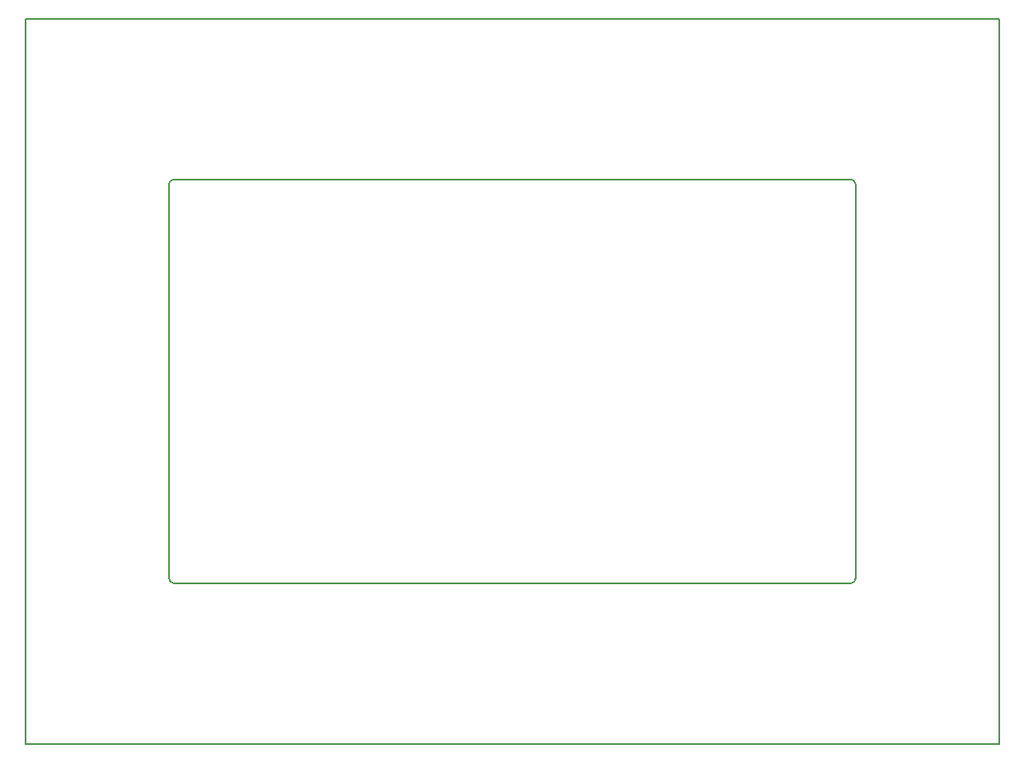
<source format=gbr>
%TF.GenerationSoftware,KiCad,Pcbnew,5.1.9-73d0e3b20d~88~ubuntu20.04.1*%
%TF.CreationDate,2021-02-23T12:37:05-08:00*%
%TF.ProjectId,cover_50x50,636f7665-725f-4353-9078-35302e6b6963,rev?*%
%TF.SameCoordinates,Original*%
%TF.FileFunction,Profile,NP*%
%FSLAX46Y46*%
G04 Gerber Fmt 4.6, Leading zero omitted, Abs format (unit mm)*
G04 Created by KiCad (PCBNEW 5.1.9-73d0e3b20d~88~ubuntu20.04.1) date 2021-02-23 12:37:05*
%MOMM*%
%LPD*%
G01*
G04 APERTURE LIST*
%TA.AperFunction,Profile*%
%ADD10C,0.200000*%
%TD*%
G04 APERTURE END LIST*
D10*
X130000000Y-110999999D02*
G75*
G02*
X129500000Y-110499999I0J500000D01*
G01*
X199499999Y-111000000D02*
X130000000Y-110999999D01*
X214750000Y-127499999D02*
X114750000Y-127499998D01*
X129500000Y-110499999D02*
X129500000Y-69999999D01*
X199500000Y-69500000D02*
G75*
G02*
X200000000Y-70000000I0J-500000D01*
G01*
X130000000Y-69499999D02*
X199500000Y-69500000D01*
X114750000Y-127499998D02*
X114750000Y-52999999D01*
X129500000Y-69999999D02*
G75*
G02*
X130000000Y-69499999I500000J0D01*
G01*
X199999999Y-110500000D02*
G75*
G02*
X199499999Y-111000000I-500000J0D01*
G01*
X114750000Y-52999999D02*
X214750000Y-52999999D01*
X214750000Y-52999999D02*
X214750000Y-127499999D01*
X200000000Y-70000000D02*
X199999999Y-110500000D01*
M02*

</source>
